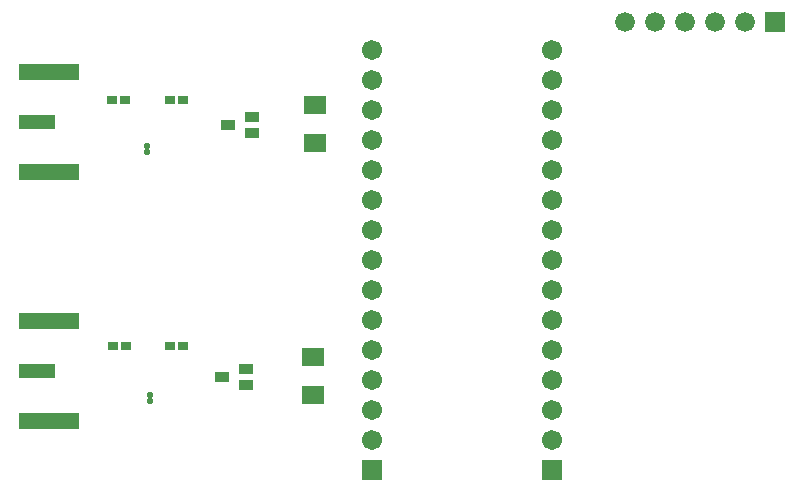
<source format=gts>
G04 Layer: TopSolderMaskLayer*
G04 EasyEDA v6.5.44, 2024-08-27 10:33:55*
G04 3fde5a6329554247a190ecd3801b01c9,e183ea938b1e48739b2e3e039e877233,10*
G04 Gerber Generator version 0.2*
G04 Scale: 100 percent, Rotated: No, Reflected: No *
G04 Dimensions in millimeters *
G04 leading zeros omitted , absolute positions ,4 integer and 5 decimal *
%FSLAX45Y45*%
%MOMM*%

%AMMACRO1*4,1,8,-0.8852,-0.7934,-0.9149,-0.7634,-0.9149,0.7637,-0.8852,0.7934,0.8849,0.7934,0.9149,0.7637,0.9149,-0.7634,0.8849,-0.7934,-0.8852,-0.7934,0*%
%AMMACRO2*4,1,8,-0.8852,-0.7932,-0.9149,-0.7633,-0.9149,0.7635,-0.8852,0.7932,0.8849,0.7932,0.9149,0.7635,0.9149,-0.7633,0.8849,-0.7932,-0.8852,-0.7932,0*%
%AMMACRO3*4,1,8,-0.1831,-0.2351,-0.2129,-0.2051,-0.2129,0.2054,-0.1831,0.2351,0.1829,0.2351,0.2129,0.2054,0.2129,-0.2051,0.1829,-0.2351,-0.1831,-0.2351,0*%
%AMMACRO4*4,1,8,-0.8085,-0.8382,-0.8382,-0.8082,-0.8382,0.8085,-0.8085,0.8382,0.8082,0.8382,0.8382,0.8085,0.8382,-0.8082,0.8082,-0.8382,-0.8085,-0.8382,0*%
%AMMACRO5*4,1,8,-0.4161,-0.3208,-0.4458,-0.2908,-0.4458,0.2911,-0.4161,0.3208,0.4158,0.3208,0.4458,0.2911,0.4458,-0.2908,0.4158,-0.3208,-0.4161,-0.3208,0*%
%AMMACRO6*4,1,8,-1.5211,-0.5508,-1.5508,-0.5208,-1.5508,0.5211,-1.5211,0.5508,1.5208,0.5508,1.5508,0.5211,1.5508,-0.5208,1.5208,-0.5508,-1.5211,-0.5508,0*%
%AMMACRO7*4,1,8,-2.5211,-0.7008,-2.5508,-0.6708,-2.5508,0.6711,-2.5211,0.7008,2.5208,0.7008,2.5508,0.6711,2.5508,-0.6708,2.5208,-0.7008,-2.5211,-0.7008,0*%
%AMMACRO8*4,1,8,-0.5481,-0.4638,-0.5778,-0.4338,-0.5778,0.4341,-0.5481,0.4638,0.5479,0.4638,0.5778,0.4341,0.5778,-0.4338,0.5479,-0.4638,-0.5481,-0.4638,0*%
%AMMACRO9*4,1,8,-0.8212,-0.8509,-0.8509,-0.8209,-0.8509,0.8212,-0.8212,0.8509,0.8209,0.8509,0.8509,0.8212,0.8509,-0.8209,0.8209,-0.8509,-0.8212,-0.8509,0*%
%ADD10MACRO1*%
%ADD11MACRO2*%
%ADD12MACRO3*%
%ADD13C,1.6764*%
%ADD14MACRO4*%
%ADD15MACRO5*%
%ADD16MACRO6*%
%ADD17MACRO7*%
%ADD18MACRO8*%
%ADD19MACRO9*%
%ADD20C,1.7016*%

%LPD*%
D10*
G01*
X3200400Y11906745D03*
D11*
G01*
X3200400Y11588242D03*
D10*
G01*
X3187700Y9773145D03*
D11*
G01*
X3187700Y9454642D03*
D12*
G01*
X1778000Y11504180D03*
G01*
X1778000Y11559019D03*
G01*
X1803400Y9395980D03*
G01*
X1803400Y9450819D03*
D13*
G01*
X5829300Y12611100D03*
G01*
X6083300Y12611100D03*
G01*
X6337300Y12611100D03*
G01*
X6591300Y12611100D03*
G01*
X6845300Y12611100D03*
D14*
G01*
X7099300Y12611100D03*
D15*
G01*
X1591208Y11950700D03*
G01*
X1482191Y11950700D03*
G01*
X2086508Y11950700D03*
G01*
X1977491Y11950700D03*
G01*
X1603908Y9867900D03*
G01*
X1494891Y9867900D03*
G01*
X2086508Y9867900D03*
G01*
X1977491Y9867900D03*
D16*
G01*
X851700Y11760187D03*
D17*
G01*
X951699Y11336197D03*
G01*
X951699Y12184202D03*
D16*
G01*
X851700Y9651987D03*
D17*
G01*
X951699Y9227997D03*
G01*
X951699Y10076002D03*
D18*
G01*
X2463800Y11734800D03*
G01*
X2667000Y11800839D03*
G01*
X2667000Y11668760D03*
G01*
X2413000Y9601200D03*
G01*
X2616200Y9667239D03*
G01*
X2616200Y9535160D03*
D19*
G01*
X5207000Y8813800D03*
D20*
G01*
X3683000Y9067800D03*
G01*
X3683000Y9575800D03*
G01*
X3683000Y10083800D03*
G01*
X3683000Y10591800D03*
G01*
X3683000Y11099800D03*
G01*
X3683000Y11607800D03*
G01*
X3683000Y12115800D03*
G01*
X5207000Y12369800D03*
G01*
X5207000Y11861800D03*
G01*
X5207000Y11353800D03*
G01*
X5207000Y10845800D03*
G01*
X5207000Y10337800D03*
G01*
X5207000Y9829800D03*
G01*
X5207000Y9321800D03*
G01*
X5207000Y9067800D03*
G01*
X5207000Y9575800D03*
G01*
X5207000Y10083800D03*
G01*
X5207000Y10591800D03*
G01*
X5207000Y11099800D03*
G01*
X5207000Y11607800D03*
G01*
X5207000Y12115800D03*
G01*
X3683000Y12369800D03*
G01*
X3683000Y11861800D03*
G01*
X3683000Y11353800D03*
G01*
X3683000Y10845800D03*
G01*
X3683000Y10337800D03*
G01*
X3683000Y9829800D03*
G01*
X3683000Y9321800D03*
D19*
G01*
X3683000Y8813800D03*
M02*

</source>
